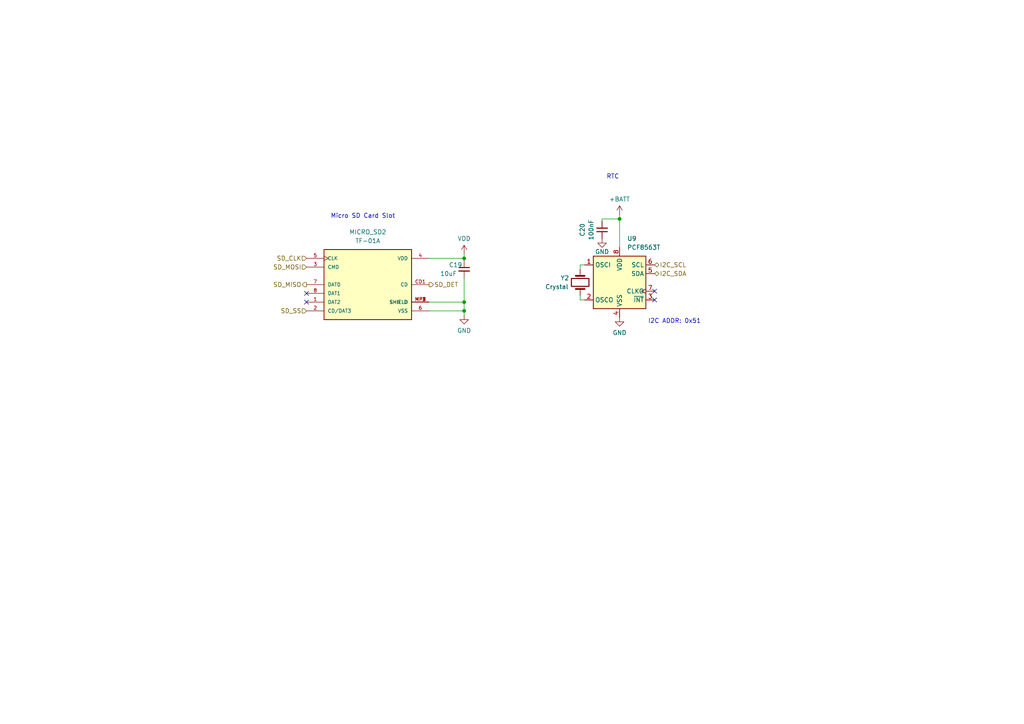
<source format=kicad_sch>
(kicad_sch (version 20231120) (generator "eeschema") (generator_version "8.0")
  (paper "A4")
  (lib_symbols
    (symbol "Device:C_Small" (pin_numbers hide) (pin_names (offset 0.254) hide)
      (property "Reference" "C" (at 0.254 1.778 0))
      (property "Value" "C_Small" (at 0.254 -2.032 0))
      (symbol "C_Small_0_1"
        (polyline (pts (xy -1.524 -0.508) (xy 1.524 -0.508)) (stroke (width 0.3302)))
        (polyline (pts (xy -1.524 0.508) (xy 1.524 0.508)) (stroke (width 0.3048)))
      )
      (symbol "C_Small_1_1"
        (pin passive line (at 0 2.54 270) (length 2.032) (name "~") (number "1"))
        (pin passive line (at 0 -2.54 90) (length 2.032) (name "~") (number "2"))
      )
    )
    (symbol "Device:Crystal" (pin_numbers hide) (pin_names (offset 1.016) hide)
      (property "Reference" "Y" (at 0 3.81 0))
      (property "Value" "Crystal" (at 0 -3.81 0))
      (symbol "Crystal_0_1"
        (rectangle (start -1.143 2.54) (end 1.143 -2.54) (stroke (width 0.3048)))
        (polyline (pts (xy -2.54 0) (xy -1.905 0)))
        (polyline (pts (xy -1.905 -1.27) (xy -1.905 1.27)) (stroke (width 0.508)))
        (polyline (pts (xy 1.905 -1.27) (xy 1.905 1.27)) (stroke (width 0.508)))
        (polyline (pts (xy 2.54 0) (xy 1.905 0)))
      )
      (symbol "Crystal_1_1"
        (pin passive line (at -3.81 0 0) (length 1.27) (name "1") (number "1"))
        (pin passive line (at 3.81 0 180) (length 1.27) (name "2") (number "2"))
      )
    )
    (symbol "Timer_RTC:PCF8563T"
      (property "Reference" "U" (at -7.62 8.89 0))
      (property "Value" "PCF8563T" (at 2.54 8.89 0))
      (symbol "PCF8563T_0_1"
        (rectangle (start -7.62 7.62) (end 7.62 -7.62) (stroke (width 0.254)) (fill (type background)))
      )
      (symbol "PCF8563T_1_1"
        (pin input line (at -10.16 5.08 0) (length 2.54) (name "OSCI") (number "1"))
        (pin output line (at -10.16 -5.08 0) (length 2.54) (name "OSCO") (number "2"))
        (pin output line (at 10.16 -5.08 180) (length 2.54) (name "~{INT}") (number "3"))
        (pin power_in line (at 0 -10.16 90) (length 2.54) (name "VSS") (number "4"))
        (pin bidirectional line (at 10.16 2.54 180) (length 2.54) (name "SDA") (number "5"))
        (pin input line (at 10.16 5.08 180) (length 2.54) (name "SCL") (number "6"))
        (pin output clock (at 10.16 -2.54 180) (length 2.54) (name "CLKO") (number "7"))
        (pin power_in line (at 0 10.16 270) (length 2.54) (name "VDD") (number "8"))
      )
    )
    (symbol "WOBCLibrary:TF-01A" (pin_names (offset 1.016))
      (property "Reference" "MICRO_SD" (at -12.7 10.795 0))
      (property "Value" "TF-01A" (at -12.7 -12.7 0))
      (symbol "TF-01A_0_0"
        (rectangle (start -12.7 -10.16) (end 12.7 10.16) (stroke (width 0.254)) (fill (type background)))
        (pin bidirectional line (at -17.78 -5.08 0) (length 5.08) (name "DAT2") (number "1"))
        (pin bidirectional line (at -17.78 -7.62 0) (length 5.08) (name "CD/DAT3") (number "2"))
        (pin bidirectional line (at -17.78 5.08 0) (length 5.08) (name "CMD") (number "3"))
        (pin power_in line (at 17.78 7.62 180) (length 5.08) (name "VDD") (number "4"))
        (pin bidirectional clock (at -17.78 7.62 0) (length 5.08) (name "CLK") (number "5"))
        (pin power_in line (at 17.78 -7.62 180) (length 5.08) (name "VSS") (number "6"))
        (pin bidirectional line (at -17.78 0 0) (length 5.08) (name "DAT0") (number "7"))
        (pin bidirectional line (at -17.78 -2.54 0) (length 5.08) (name "DAT1") (number "8"))
        (pin passive line (at 17.78 0 180) (length 5.08) (name "CD") (number "CD1"))
        (pin power_in line (at 17.78 -5.08 180) (length 5.08) (name "SHIELD") (number "MP1"))
        (pin power_in line (at 17.78 -5.08 180) (length 5.08) (name "SHIELD") (number "MP2"))
        (pin power_in line (at 17.78 -5.08 180) (length 5.08) (name "SHIELD") (number "MP3"))
        (pin power_in line (at 17.78 -5.08 180) (length 5.08) (name "SHIELD") (number "MP4"))
      )
    )
    (symbol "power:+BATT" (power) (pin_names (offset 0))
      (property "Value" "+BATT" (at 0 3.556 0))
      (symbol "+BATT_0_1"
        (polyline (pts (xy -0.762 1.27) (xy 0 2.54)))
        (polyline (pts (xy 0 0) (xy 0 2.54)))
        (polyline (pts (xy 0 2.54) (xy 0.762 1.27)))
      )
      (symbol "+BATT_1_1"
        (pin power_in line (at 0 0 90) (length 0) hide (name "+BATT") (number "1"))
      )
    )
    (symbol "power:GND" (power) (pin_names (offset 0))
      (property "Value" "GND" (at 0 -3.81 0))
      (symbol "GND_0_1"
        (polyline (pts (xy 0 0) (xy 0 -1.27) (xy 1.27 -1.27) (xy 0 -2.54) (xy -1.27 -1.27) (xy 0 -1.27)))
      )
      (symbol "GND_1_1"
        (pin power_in line (at 0 0 270) (length 0) hide (name "GND") (number "1"))
      )
    )
    (symbol "power:VDD" (power) (pin_names (offset 0))
      (property "Value" "VDD" (at 0 3.81 0))
      (symbol "VDD_0_1"
        (polyline (pts (xy -0.762 1.27) (xy 0 2.54)))
        (polyline (pts (xy 0 0) (xy 0 2.54)))
        (polyline (pts (xy 0 2.54) (xy 0.762 1.27)))
      )
      (symbol "VDD_1_1"
        (pin power_in line (at 0 0 90) (length 0) hide (name "VDD") (number "1"))
      )
    )
  )
  (junction (at 134.62 90.17))
  (junction (at 134.62 74.93))
  (junction (at 134.62 87.63))
  (junction (at 179.705 63.5))
  (no_connect (at 189.865 84.455))
  (no_connect (at 189.865 86.995))
  (no_connect (at 88.9 85.09))
  (no_connect (at 88.9 87.63))
  (wire (pts (xy 168.275 86.995) (xy 169.545 86.995)))
  (wire (pts (xy 179.705 62.23) (xy 179.705 63.5)))
  (wire (pts (xy 124.46 74.93) (xy 134.62 74.93)))
  (wire (pts (xy 168.275 78.105) (xy 168.275 76.835)))
  (wire (pts (xy 124.46 87.63) (xy 134.62 87.63)))
  (wire (pts (xy 134.62 73.66) (xy 134.62 74.93)))
  (wire (pts (xy 134.62 80.645) (xy 134.62 87.63)))
  (wire (pts (xy 174.625 64.135) (xy 174.625 63.5)))
  (wire (pts (xy 134.62 74.93) (xy 134.62 75.565)))
  (wire (pts (xy 168.275 76.835) (xy 169.545 76.835)))
  (wire (pts (xy 179.705 63.5) (xy 179.705 71.755)))
  (wire (pts (xy 174.625 63.5) (xy 179.705 63.5)))
  (wire (pts (xy 124.46 90.17) (xy 134.62 90.17)))
  (wire (pts (xy 134.62 87.63) (xy 134.62 90.17)))
  (wire (pts (xy 168.275 85.725) (xy 168.275 86.995)))
  (wire (pts (xy 134.62 90.17) (xy 134.62 91.44)))
  (text "RTC" (at 175.895 52.07 0) (effects (font (size 1.27 1.27)) (justify left bottom)))
  (text "Micro SD Card Slot" (at 95.885 63.5 0) (effects (font (size 1.27 1.27)) (justify left bottom)))
  (text "I2C ADDR: 0x51" (at 187.96 93.98 0) (effects (font (size 1.27 1.27)) (justify left bottom)))
  (hierarchical_label "SD_SS" (shape input) (at 88.9 90.17 180))
  (hierarchical_label "SD_MISO" (shape output) (at 88.9 82.55 180))
  (hierarchical_label "SD_MOSI" (shape input) (at 88.9 77.47 180))
  (hierarchical_label "I2C_SCL" (shape bidirectional) (at 189.865 76.835 0))
  (hierarchical_label "SD_DET" (shape output) (at 124.46 82.55 0))
  (hierarchical_label "SD_CLK" (shape input) (at 88.9 74.93 180))
  (hierarchical_label "I2C_SDA" (shape bidirectional) (at 189.865 79.375 0))
  (symbol (lib_id "Device:Crystal") (at 168.275 81.915 270) (unit 1)
    (property "Reference" "Y2" (at 162.56 80.645 90) (effects (justify left)))
    (property "Value" "Crystal" (at 158.115 83.185 90) (effects (justify left)))
    (property "Footprint" "Crystal:Crystal_SMD_3215-2Pin_3.2x1.5mm" (effects (hide yes)))
  )
  (symbol (lib_id "WOBCLibrary:TF-01A") (at 106.68 82.55 0) (unit 1)
    (property "Reference" "MICRO_SD2" (at 106.68 67.31 0))
    (property "Value" "TF-01A" (at 106.68 69.85 0))
    (property "Footprint" "WOBCLibrary:TF-01A" (effects (hide yes)))
    (property "Description" "\nStandard Card Edge Connectors\n" (effects (hide yes)))
    (property "MF" "HRO Electronics Co., Ltd." (effects (hide yes)))
    (property "Package" "Package" (effects (hide yes)))
    (property "Price" "None" (effects (hide yes)))
    (property "SnapEDA_Link" "https://www.snapeda.com/parts/TF-01A/HRO+Electronics+Co.%252C+Ltd./view-part/?ref=snap" (effects (hide yes)))
    (property "MP" "TF-01A" (effects (hide yes)))
    (property "Availability" "Not in stock" (effects (hide yes)))
    (property "Check_prices" "https://www.snapeda.com/parts/TF-01A/HRO+Electronics+Co.%252C+Ltd./view-part/?ref=eda" (effects (hide yes)))
  )
  (symbol (lib_id "Device:C_Small") (at 174.625 66.675 180) (unit 1)
    (property "Reference" "C20" (at 168.91 66.675 90))
    (property "Value" "100nF" (at 171.45 66.675 90))
    (property "Footprint" "Capacitor_SMD:C_0402_1005Metric" (effects (hide yes)))
  )
  (symbol (lib_id "power:GND") (at 134.62 91.44 0) (unit 1)
    (property "Reference" "#PWR060" (effects (hide yes)))
    (property "Value" "GND" (at 134.62 95.885 0))
  )
  (symbol (lib_id "power:+BATT") (at 179.705 62.23 0) (unit 1)
    (property "Reference" "#PWR062" (effects (hide yes)))
    (property "Value" "+BATT" (at 179.705 57.785 0))
  )
  (symbol (lib_id "power:VDD") (at 134.62 73.66 0) (unit 1)
    (property "Reference" "#PWR059" (effects (hide yes)))
    (property "Value" "VDD" (at 134.62 69.215 0))
  )
  (symbol (lib_id "Timer_RTC:PCF8563T") (at 179.705 81.915 0) (unit 1)
    (property "Reference" "U9" (at 181.8991 69.215 0) (effects (justify left)))
    (property "Value" "PCF8563T" (at 181.8991 71.755 0) (effects (justify left)))
    (property "Footprint" "Package_SO:SOIC-8_3.9x4.9mm_P1.27mm" (effects (hide yes)))
    (property "Datasheet" "https://www.nxp.com/docs/en/data-sheet/PCF8563.pdf" (effects (hide yes)))
  )
  (symbol (lib_id "power:GND") (at 179.705 92.075 0) (unit 1)
    (property "Reference" "#PWR063" (effects (hide yes)))
    (property "Value" "GND" (at 179.705 96.52 0))
  )
  (symbol (lib_id "power:GND") (at 174.625 69.215 0) (unit 1)
    (property "Reference" "#PWR061" (effects (hide yes)))
    (property "Value" "GND" (at 174.625 73.025 0))
  )
  (symbol (lib_id "Device:C_Small") (at 134.62 78.105 0) (unit 1)
    (property "Reference" "C19" (at 130.175 76.835 0) (effects (justify left)))
    (property "Value" "10uF" (at 127.635 79.375 0) (effects (justify left)))
    (property "Footprint" "Capacitor_SMD:C_0402_1005Metric" (effects (hide yes)))
  )
)
</source>
